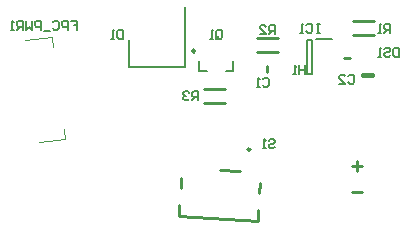
<source format=gbo>
G04*
G04 #@! TF.GenerationSoftware,Altium Limited,Altium Designer,19.1.5 (86)*
G04*
G04 Layer_Color=417716*
%FSAX24Y24*%
%MOIN*%
G70*
G01*
G75*
%ADD10C,0.0079*%
%ADD11C,0.0060*%
%ADD12C,0.0100*%
%ADD55C,0.0098*%
%ADD56C,0.0157*%
%ADD57C,0.0039*%
D10*
X009196Y007207D02*
Y009215D01*
X007346Y007207D02*
X009196D01*
X007346D02*
Y008113D01*
X010565Y007094D02*
X010825D01*
Y007415D01*
X009675Y007094D02*
X009935D01*
X009675D02*
Y007415D01*
X013271Y008121D02*
X013429D01*
X013271Y006979D02*
Y008121D01*
Y006979D02*
X013429D01*
Y008121D01*
X013567Y008141D02*
X014118D01*
D11*
X012000Y004750D02*
X012050Y004800D01*
X012150D01*
X012200Y004750D01*
Y004700D01*
X012150Y004650D01*
X012050D01*
X012000Y004600D01*
Y004550D01*
X012050Y004500D01*
X012150D01*
X012200Y004550D01*
X011900Y004500D02*
X011800D01*
X011850D01*
Y004800D01*
X011900Y004750D01*
X007150Y008450D02*
Y008150D01*
X007000D01*
X006950Y008200D01*
Y008400D01*
X007000Y008450D01*
X007150D01*
X006850Y008150D02*
X006750D01*
X006800D01*
Y008450D01*
X006850Y008400D01*
X013220Y007270D02*
Y006970D01*
Y007120D01*
X013020D01*
Y007270D01*
Y006970D01*
X012920D02*
X012820D01*
X012870D01*
Y007270D01*
X012920Y007220D01*
X005400Y008750D02*
X005600D01*
Y008600D01*
X005500D01*
X005600D01*
Y008450D01*
X005300D02*
Y008750D01*
X005150D01*
X005100Y008700D01*
Y008600D01*
X005150Y008550D01*
X005300D01*
X004800Y008700D02*
X004850Y008750D01*
X004950D01*
X005000Y008700D01*
Y008500D01*
X004950Y008450D01*
X004850D01*
X004800Y008500D01*
X004700Y008400D02*
X004500D01*
X004400Y008450D02*
Y008750D01*
X004250D01*
X004200Y008700D01*
Y008600D01*
X004250Y008550D01*
X004400D01*
X004100Y008750D02*
Y008450D01*
X004001Y008550D01*
X003901Y008450D01*
Y008750D01*
X003801Y008450D02*
Y008750D01*
X003651D01*
X003601Y008700D01*
Y008600D01*
X003651Y008550D01*
X003801D01*
X003701D02*
X003601Y008450D01*
X003501D02*
X003401D01*
X003451D01*
Y008750D01*
X003501Y008700D01*
X009650Y006100D02*
Y006400D01*
X009500D01*
X009450Y006350D01*
Y006250D01*
X009500Y006200D01*
X009650D01*
X009550D02*
X009450Y006100D01*
X009350Y006350D02*
X009300Y006400D01*
X009200D01*
X009150Y006350D01*
Y006300D01*
X009200Y006250D01*
X009250D01*
X009200D01*
X009150Y006200D01*
Y006150D01*
X009200Y006100D01*
X009300D01*
X009350Y006150D01*
X012200Y008300D02*
Y008600D01*
X012050D01*
X012000Y008550D01*
Y008450D01*
X012050Y008400D01*
X012200D01*
X012100D02*
X012000Y008300D01*
X011700D02*
X011900D01*
X011700Y008500D01*
Y008550D01*
X011750Y008600D01*
X011850D01*
X011900Y008550D01*
X016050Y008350D02*
Y008650D01*
X015900D01*
X015850Y008600D01*
Y008500D01*
X015900Y008450D01*
X016050D01*
X015950D02*
X015850Y008350D01*
X015750D02*
X015650D01*
X015700D01*
Y008650D01*
X015750Y008600D01*
X010250Y008200D02*
Y008400D01*
X010300Y008450D01*
X010400D01*
X010450Y008400D01*
Y008200D01*
X010400Y008150D01*
X010300D01*
X010350Y008250D02*
X010250Y008150D01*
X010300D02*
X010250Y008200D01*
X010150Y008150D02*
X010050D01*
X010100D01*
Y008450D01*
X010150Y008400D01*
X013700Y008650D02*
X013600D01*
X013650D01*
Y008350D01*
X013700D01*
X013600D01*
X013250Y008600D02*
X013300Y008650D01*
X013400D01*
X013450Y008600D01*
Y008400D01*
X013400Y008350D01*
X013300D01*
X013250Y008400D01*
X013150Y008350D02*
X013050D01*
X013100D01*
Y008650D01*
X013150Y008600D01*
X016350Y007850D02*
Y007550D01*
X016200D01*
X016150Y007600D01*
Y007800D01*
X016200Y007850D01*
X016350D01*
X015850Y007800D02*
X015900Y007850D01*
X016000D01*
X016050Y007800D01*
Y007750D01*
X016000Y007700D01*
X015900D01*
X015850Y007650D01*
Y007600D01*
X015900Y007550D01*
X016000D01*
X016050Y007600D01*
X015750Y007550D02*
X015650D01*
X015700D01*
Y007850D01*
X015750Y007800D01*
X014650Y006900D02*
X014700Y006950D01*
X014800D01*
X014850Y006900D01*
Y006700D01*
X014800Y006650D01*
X014700D01*
X014650Y006700D01*
X014350Y006650D02*
X014550D01*
X014350Y006850D01*
Y006900D01*
X014400Y006950D01*
X014500D01*
X014550Y006900D01*
X011800Y006800D02*
X011850Y006850D01*
X011950D01*
X012000Y006800D01*
Y006600D01*
X011950Y006550D01*
X011850D01*
X011800Y006600D01*
X011700Y006550D02*
X011600D01*
X011650D01*
Y006850D01*
X011700Y006800D01*
D12*
X011385Y004467D02*
G03*
X011385Y004467I-000041J000000D01*
G01*
X009001Y002248D02*
X011633Y002075D01*
X009001Y002248D02*
X009025Y002615D01*
X011633Y002075D02*
X011658Y002454D01*
X010383Y003775D02*
X011051Y003731D01*
X011695Y003018D02*
X011716Y003332D01*
X009063Y003190D02*
X009084Y003505D01*
X009846Y006486D02*
X010554D01*
X009846Y006014D02*
X010554D01*
X011950Y007050D02*
Y007250D01*
X011596Y008186D02*
X012304D01*
X011596Y007714D02*
X012304D01*
X014500Y007500D02*
X014700D01*
X014796Y008264D02*
X015504D01*
X014796Y008736D02*
X015504D01*
X015100Y003050D02*
X014767D01*
X015100Y003900D02*
X014767D01*
X014933Y004067D02*
Y003733D01*
D55*
X009551Y007744D02*
G03*
X009551Y007744I-000049J000000D01*
G01*
D56*
X015143Y006950D02*
X015457D01*
D57*
X004344Y004701D02*
X005228Y004818D01*
X005184Y005150D02*
X005228Y004818D01*
X003894Y008096D02*
X004778Y008213D01*
X004822Y007882D01*
M02*

</source>
